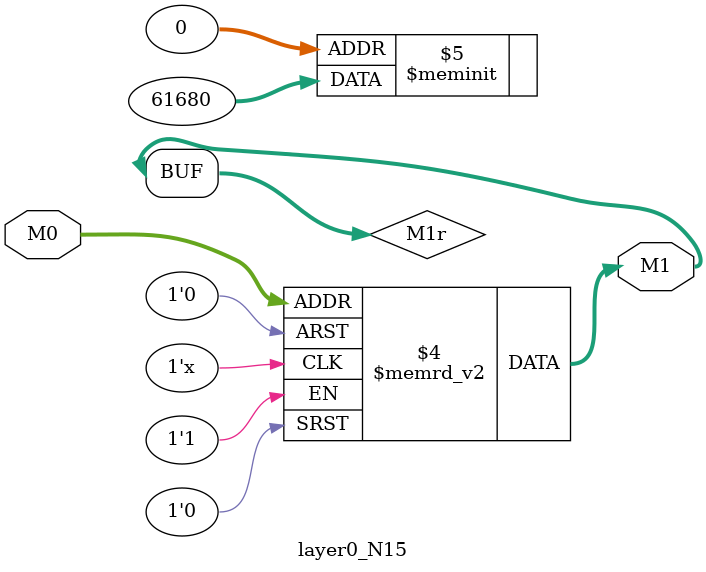
<source format=v>
module layer0_N15 ( input [3:0] M0, output [1:0] M1 );

	(*rom_style = "distributed" *) reg [1:0] M1r;
	assign M1 = M1r;
	always @ (M0) begin
		case (M0)
			4'b0000: M1r = 2'b00;
			4'b1000: M1r = 2'b00;
			4'b0100: M1r = 2'b00;
			4'b1100: M1r = 2'b00;
			4'b0010: M1r = 2'b11;
			4'b1010: M1r = 2'b00;
			4'b0110: M1r = 2'b11;
			4'b1110: M1r = 2'b00;
			4'b0001: M1r = 2'b00;
			4'b1001: M1r = 2'b00;
			4'b0101: M1r = 2'b00;
			4'b1101: M1r = 2'b00;
			4'b0011: M1r = 2'b11;
			4'b1011: M1r = 2'b00;
			4'b0111: M1r = 2'b11;
			4'b1111: M1r = 2'b00;

		endcase
	end
endmodule

</source>
